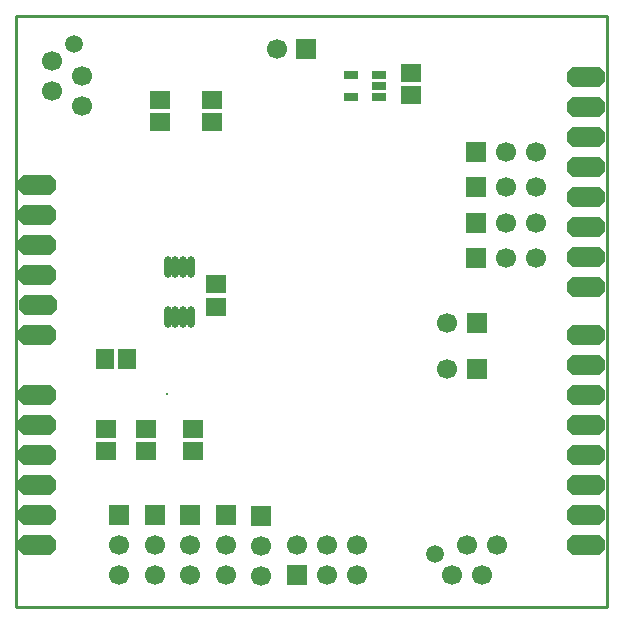
<source format=gbs>
%FSAX42Y42*%
%MOMM*%
G71*
G01*
G75*
G04 Layer_Color=16711935*
%ADD10R,1.30X1.60*%
%ADD11R,1.60X1.30*%
%ADD12R,0.80X0.33*%
%ADD13R,0.33X0.80*%
%ADD14O,0.35X0.80*%
%ADD15O,0.80X0.35*%
%ADD16R,1.30X1.50*%
%ADD17C,0.30*%
%ADD18C,0.24*%
%ADD19C,0.25*%
%ADD20R,1.50X1.50*%
%ADD21C,1.50*%
%ADD22R,1.50X1.50*%
%ADD23C,1.30*%
G04:AMPARAMS|DCode=24|XSize=3mm|YSize=1.5mm|CornerRadius=0mm|HoleSize=0mm|Usage=FLASHONLY|Rotation=0.000|XOffset=0mm|YOffset=0mm|HoleType=Round|Shape=Octagon|*
%AMOCTAGOND24*
4,1,8,1.50,-0.38,1.50,0.38,1.13,0.75,-1.13,0.75,-1.50,0.38,-1.50,-0.38,-1.13,-0.75,1.13,-0.75,1.50,-0.38,0.0*
%
%ADD24OCTAGOND24*%

%ADD25C,1.27*%
%ADD26C,0.80*%
%ADD27R,1.10X0.60*%
%ADD28O,0.48X1.65*%
%ADD29C,0.25*%
%ADD30C,0.20*%
%ADD31R,1.50X1.80*%
%ADD32R,1.80X1.50*%
%ADD33R,1.10X0.63*%
%ADD34R,0.63X1.10*%
%ADD35O,0.55X1.00*%
%ADD36O,1.00X0.55*%
%ADD37R,1.50X1.70*%
%ADD38R,1.70X1.70*%
%ADD39C,1.70*%
%ADD40R,1.70X1.70*%
%ADD41C,1.50*%
G04:AMPARAMS|DCode=42|XSize=3.2mm|YSize=1.7mm|CornerRadius=0mm|HoleSize=0mm|Usage=FLASHONLY|Rotation=0.000|XOffset=0mm|YOffset=0mm|HoleType=Round|Shape=Octagon|*
%AMOCTAGOND42*
4,1,8,1.60,-0.43,1.60,0.43,1.18,0.85,-1.18,0.85,-1.60,0.43,-1.60,-0.43,-1.18,-0.85,1.18,-0.85,1.60,-0.43,0.0*
%
%ADD42OCTAGOND42*%

%ADD43C,0.27*%
%ADD44R,1.30X0.80*%
%ADD45O,0.68X1.85*%
D19*
X002500Y002500D02*
X007500D01*
Y007500D01*
X002500D02*
X007500D01*
X002500Y002500D02*
Y007500D01*
D31*
X003250Y004595D02*
D03*
X003440D02*
D03*
D32*
X005845Y007020D02*
D03*
Y006830D02*
D03*
X004190Y005228D02*
D03*
Y005038D02*
D03*
X004160Y006790D02*
D03*
Y006600D02*
D03*
X003720Y006790D02*
D03*
Y006600D02*
D03*
X003260Y004005D02*
D03*
Y003815D02*
D03*
X003600Y004005D02*
D03*
Y003815D02*
D03*
X004000Y004005D02*
D03*
Y003815D02*
D03*
D38*
X004956Y007220D02*
D03*
X006392Y006050D02*
D03*
Y005750D02*
D03*
Y005450D02*
D03*
X004873Y002765D02*
D03*
X006403Y004512D02*
D03*
X006400Y004900D02*
D03*
D39*
X004703Y007220D02*
D03*
X004573Y002762D02*
D03*
Y003017D02*
D03*
X006900Y006350D02*
D03*
X006646D02*
D03*
X003059Y006739D02*
D03*
X002805Y006866D02*
D03*
X003059Y006993D02*
D03*
X002805Y007120D02*
D03*
X003673Y002770D02*
D03*
Y003024D02*
D03*
X004273Y002765D02*
D03*
Y003019D02*
D03*
X006900Y006050D02*
D03*
X006646D02*
D03*
X003973Y002765D02*
D03*
Y003019D02*
D03*
X006900Y005750D02*
D03*
X006646D02*
D03*
X006900Y005450D02*
D03*
X006646D02*
D03*
X003373Y002770D02*
D03*
Y003024D02*
D03*
X004873Y003019D02*
D03*
X005127Y002765D02*
D03*
Y003019D02*
D03*
X005381Y002765D02*
D03*
Y003019D02*
D03*
X006188Y002765D02*
D03*
X006442D02*
D03*
X006315Y003019D02*
D03*
X006568D02*
D03*
X006149Y004512D02*
D03*
X006146Y004900D02*
D03*
D40*
X004573Y003271D02*
D03*
X006392Y006350D02*
D03*
X003673Y003278D02*
D03*
X004273Y003273D02*
D03*
X003973D02*
D03*
X003373Y003278D02*
D03*
D41*
X002985Y007260D02*
D03*
X006047Y002945D02*
D03*
D42*
X002677Y003273D02*
D03*
Y003019D02*
D03*
Y003527D02*
D03*
Y003781D02*
D03*
Y004289D02*
D03*
Y004035D02*
D03*
X002680Y005051D02*
D03*
X002677Y004797D02*
D03*
Y005559D02*
D03*
Y005305D02*
D03*
Y006067D02*
D03*
Y005813D02*
D03*
X007323Y006473D02*
D03*
Y004035D02*
D03*
Y003781D02*
D03*
Y004543D02*
D03*
Y004289D02*
D03*
Y003273D02*
D03*
Y003019D02*
D03*
Y003527D02*
D03*
Y006219D02*
D03*
Y005965D02*
D03*
Y006981D02*
D03*
Y006727D02*
D03*
Y005203D02*
D03*
Y004797D02*
D03*
Y005711D02*
D03*
Y005457D02*
D03*
D43*
X003772Y004300D02*
D03*
D44*
X005333Y006812D02*
D03*
Y007003D02*
D03*
X005572Y006812D02*
D03*
Y007003D02*
D03*
Y006907D02*
D03*
D45*
X003978Y005380D02*
D03*
X003912D02*
D03*
X003847D02*
D03*
X003978Y004955D02*
D03*
X003847D02*
D03*
X003783D02*
D03*
X003912D02*
D03*
X003783Y005380D02*
D03*
M02*

</source>
